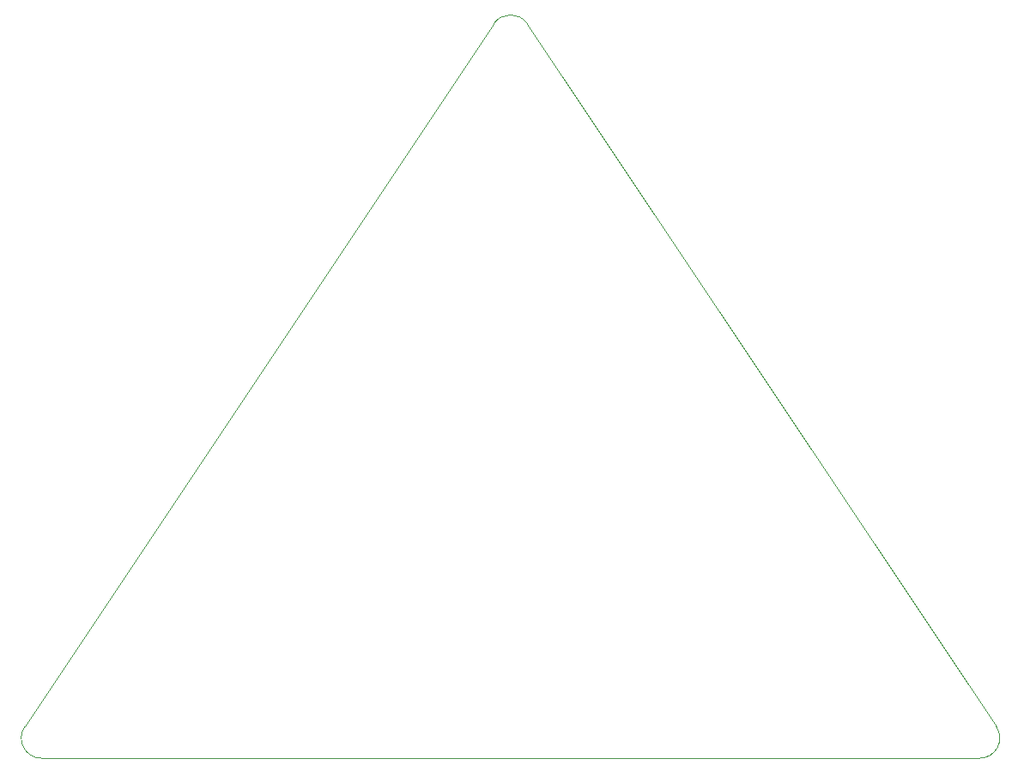
<source format=gko>
%TF.GenerationSoftware,KiCad,Pcbnew,9.0.5*%
%TF.CreationDate,2025-11-17T06:01:47+03:00*%
%TF.ProjectId,CHRISTMAS_RISC_V,43485249-5354-44d4-9153-5f524953435f,rev?*%
%TF.SameCoordinates,Original*%
%TF.FileFunction,Profile,NP*%
%FSLAX46Y46*%
G04 Gerber Fmt 4.6, Leading zero omitted, Abs format (unit mm)*
G04 Created by KiCad (PCBNEW 9.0.5) date 2025-11-17 06:01:47*
%MOMM*%
%LPD*%
G01*
G04 APERTURE LIST*
%TA.AperFunction,Profile*%
%ADD10C,0.050000*%
%TD*%
G04 APERTURE END LIST*
D10*
X197927066Y-146890600D02*
G75*
G02*
X196262966Y-149999971I-1664066J-1109400D01*
G01*
X103737034Y-150000000D02*
G75*
G02*
X102072910Y-146890584I-34J2000000D01*
G01*
X148335900Y-77496151D02*
G75*
G02*
X151664100Y-77496151I1664100J-1109401D01*
G01*
X103737034Y-150000000D02*
X196262966Y-150000000D01*
X197927066Y-146890600D02*
X151664100Y-77496151D01*
X148335900Y-77496151D02*
X102072934Y-146890600D01*
M02*

</source>
